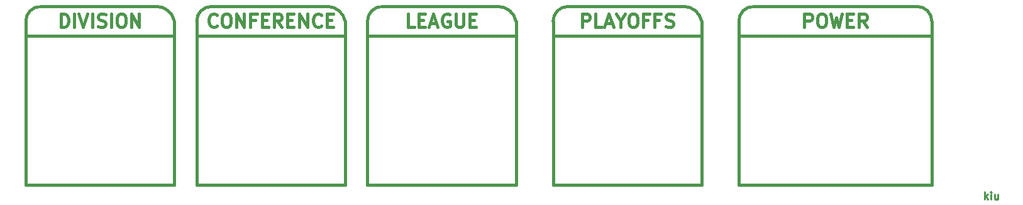
<source format=gto>
G04 #@! TF.GenerationSoftware,KiCad,Pcbnew,(6.0.0)*
G04 #@! TF.CreationDate,2022-06-26T22:50:44+02:00*
G04 #@! TF.ProjectId,mht-ctl-front,6d68742d-6374-46c2-9d66-726f6e742e6b,rev?*
G04 #@! TF.SameCoordinates,Original*
G04 #@! TF.FileFunction,Legend,Top*
G04 #@! TF.FilePolarity,Positive*
%FSLAX46Y46*%
G04 Gerber Fmt 4.6, Leading zero omitted, Abs format (unit mm)*
G04 Created by KiCad (PCBNEW (6.0.0)) date 2022-06-26 22:50:44*
%MOMM*%
%LPD*%
G01*
G04 APERTURE LIST*
%ADD10C,0.400000*%
%ADD11C,0.250000*%
%ADD12C,3.200000*%
G04 APERTURE END LIST*
D10*
X64000000Y-37000000D02*
X64000000Y-35000000D01*
X135000000Y-37000000D02*
X115000000Y-37000000D01*
X64000000Y-57000000D02*
X44000000Y-57000000D01*
X110000000Y-57000000D02*
X90000000Y-57000000D01*
X44000000Y-57000000D02*
X44000000Y-37000000D01*
X64000000Y-35000000D02*
G75*
G03*
X61585786Y-33000000I-2414214J-457107D01*
G01*
X87000000Y-37000000D02*
X67000000Y-37000000D01*
X64000000Y-57000000D02*
X64000000Y-37000000D01*
X46000000Y-33000000D02*
G75*
G03*
X44000000Y-35000000I-1J-1999999D01*
G01*
X87000000Y-57000000D02*
X87000000Y-37000000D01*
X115000000Y-37000000D02*
X115000000Y-35000000D01*
X87000000Y-37000000D02*
X87000000Y-35000000D01*
X166000000Y-37000000D02*
X140000000Y-37000000D01*
X90000000Y-57000000D02*
X90000000Y-37000000D01*
X110000000Y-37000000D02*
X110000000Y-35000000D01*
X166000000Y-35000000D02*
G75*
G03*
X164000000Y-33000000I-1999999J1D01*
G01*
X61585786Y-33000000D02*
X46000000Y-33000000D01*
X117000000Y-33000000D02*
G75*
G03*
X115000000Y-35000000I-1J-1999999D01*
G01*
X115000000Y-57000000D02*
X115000000Y-37000000D01*
X135000000Y-57000000D02*
X135000000Y-37000000D01*
X135000000Y-37000000D02*
X135000000Y-35000000D01*
X84585786Y-33000000D02*
X69000000Y-33000000D01*
X110000000Y-35000000D02*
G75*
G03*
X107585786Y-33000000I-2414214J-457107D01*
G01*
X135000000Y-35000000D02*
G75*
G03*
X132585786Y-33000000I-2414214J-457107D01*
G01*
X67000000Y-37000000D02*
X67000000Y-35000000D01*
X90000000Y-37000000D02*
X90000000Y-35000000D01*
X87000000Y-35000000D02*
G75*
G03*
X84585786Y-33000000I-2414214J-457107D01*
G01*
X135000000Y-57000000D02*
X115000000Y-57000000D01*
X166000000Y-37000000D02*
X166000000Y-35000000D01*
X69000000Y-33000000D02*
G75*
G03*
X67000000Y-35000000I-1J-1999999D01*
G01*
X92000000Y-33000000D02*
G75*
G03*
X90000000Y-35000000I-1J-1999999D01*
G01*
X110000000Y-57000000D02*
X110000000Y-37000000D01*
X107585786Y-33000000D02*
X92000000Y-33000000D01*
X67000000Y-57000000D02*
X67000000Y-37000000D01*
X142000000Y-33000000D02*
G75*
G03*
X140000000Y-35000000I-1J-1999999D01*
G01*
X140000000Y-37000000D02*
X140000000Y-35000000D01*
X140000000Y-57000000D02*
X140000000Y-37000000D01*
X132585786Y-33000000D02*
X117000000Y-33000000D01*
X64000000Y-37000000D02*
X44000000Y-37000000D01*
X166000000Y-57000000D02*
X140000000Y-57000000D01*
X87000000Y-57000000D02*
X67000000Y-57000000D01*
X164000000Y-33000000D02*
X142000000Y-33000000D01*
X110000000Y-37000000D02*
X90000000Y-37000000D01*
X166000000Y-57000000D02*
X166000000Y-37000000D01*
X44000000Y-37000000D02*
X44000000Y-35000000D01*
D11*
X173142857Y-58952380D02*
X173142857Y-57952380D01*
X173238095Y-58571428D02*
X173523809Y-58952380D01*
X173523809Y-58285714D02*
X173142857Y-58666666D01*
X173952380Y-58952380D02*
X173952380Y-58285714D01*
X173952380Y-57952380D02*
X173904761Y-58000000D01*
X173952380Y-58047619D01*
X174000000Y-58000000D01*
X173952380Y-57952380D01*
X173952380Y-58047619D01*
X174857142Y-58285714D02*
X174857142Y-58952380D01*
X174428571Y-58285714D02*
X174428571Y-58809523D01*
X174476190Y-58904761D01*
X174571428Y-58952380D01*
X174714285Y-58952380D01*
X174809523Y-58904761D01*
X174857142Y-58857142D01*
D10*
X118914285Y-35814285D02*
X118914285Y-34014285D01*
X119600000Y-34014285D01*
X119771428Y-34100000D01*
X119857142Y-34185714D01*
X119942857Y-34357142D01*
X119942857Y-34614285D01*
X119857142Y-34785714D01*
X119771428Y-34871428D01*
X119600000Y-34957142D01*
X118914285Y-34957142D01*
X121571428Y-35814285D02*
X120714285Y-35814285D01*
X120714285Y-34014285D01*
X122085714Y-35300000D02*
X122942857Y-35300000D01*
X121914285Y-35814285D02*
X122514285Y-34014285D01*
X123114285Y-35814285D01*
X124057142Y-34957142D02*
X124057142Y-35814285D01*
X123457142Y-34014285D02*
X124057142Y-34957142D01*
X124657142Y-34014285D01*
X125600000Y-34014285D02*
X125942857Y-34014285D01*
X126114285Y-34100000D01*
X126285714Y-34271428D01*
X126371428Y-34614285D01*
X126371428Y-35214285D01*
X126285714Y-35557142D01*
X126114285Y-35728571D01*
X125942857Y-35814285D01*
X125600000Y-35814285D01*
X125428571Y-35728571D01*
X125257142Y-35557142D01*
X125171428Y-35214285D01*
X125171428Y-34614285D01*
X125257142Y-34271428D01*
X125428571Y-34100000D01*
X125600000Y-34014285D01*
X127742857Y-34871428D02*
X127142857Y-34871428D01*
X127142857Y-35814285D02*
X127142857Y-34014285D01*
X128000000Y-34014285D01*
X129285714Y-34871428D02*
X128685714Y-34871428D01*
X128685714Y-35814285D02*
X128685714Y-34014285D01*
X129542857Y-34014285D01*
X130142857Y-35728571D02*
X130400000Y-35814285D01*
X130828571Y-35814285D01*
X131000000Y-35728571D01*
X131085714Y-35642857D01*
X131171428Y-35471428D01*
X131171428Y-35300000D01*
X131085714Y-35128571D01*
X131000000Y-35042857D01*
X130828571Y-34957142D01*
X130485714Y-34871428D01*
X130314285Y-34785714D01*
X130228571Y-34700000D01*
X130142857Y-34528571D01*
X130142857Y-34357142D01*
X130228571Y-34185714D01*
X130314285Y-34100000D01*
X130485714Y-34014285D01*
X130914285Y-34014285D01*
X131171428Y-34100000D01*
X69714285Y-35642857D02*
X69628571Y-35728571D01*
X69371428Y-35814285D01*
X69200000Y-35814285D01*
X68942857Y-35728571D01*
X68771428Y-35557142D01*
X68685714Y-35385714D01*
X68600000Y-35042857D01*
X68600000Y-34785714D01*
X68685714Y-34442857D01*
X68771428Y-34271428D01*
X68942857Y-34100000D01*
X69200000Y-34014285D01*
X69371428Y-34014285D01*
X69628571Y-34100000D01*
X69714285Y-34185714D01*
X70828571Y-34014285D02*
X71171428Y-34014285D01*
X71342857Y-34100000D01*
X71514285Y-34271428D01*
X71600000Y-34614285D01*
X71600000Y-35214285D01*
X71514285Y-35557142D01*
X71342857Y-35728571D01*
X71171428Y-35814285D01*
X70828571Y-35814285D01*
X70657142Y-35728571D01*
X70485714Y-35557142D01*
X70400000Y-35214285D01*
X70400000Y-34614285D01*
X70485714Y-34271428D01*
X70657142Y-34100000D01*
X70828571Y-34014285D01*
X72371428Y-35814285D02*
X72371428Y-34014285D01*
X73400000Y-35814285D01*
X73400000Y-34014285D01*
X74857142Y-34871428D02*
X74257142Y-34871428D01*
X74257142Y-35814285D02*
X74257142Y-34014285D01*
X75114285Y-34014285D01*
X75800000Y-34871428D02*
X76400000Y-34871428D01*
X76657142Y-35814285D02*
X75800000Y-35814285D01*
X75800000Y-34014285D01*
X76657142Y-34014285D01*
X78457142Y-35814285D02*
X77857142Y-34957142D01*
X77428571Y-35814285D02*
X77428571Y-34014285D01*
X78114285Y-34014285D01*
X78285714Y-34100000D01*
X78371428Y-34185714D01*
X78457142Y-34357142D01*
X78457142Y-34614285D01*
X78371428Y-34785714D01*
X78285714Y-34871428D01*
X78114285Y-34957142D01*
X77428571Y-34957142D01*
X79228571Y-34871428D02*
X79828571Y-34871428D01*
X80085714Y-35814285D02*
X79228571Y-35814285D01*
X79228571Y-34014285D01*
X80085714Y-34014285D01*
X80857142Y-35814285D02*
X80857142Y-34014285D01*
X81885714Y-35814285D01*
X81885714Y-34014285D01*
X83771428Y-35642857D02*
X83685714Y-35728571D01*
X83428571Y-35814285D01*
X83257142Y-35814285D01*
X83000000Y-35728571D01*
X82828571Y-35557142D01*
X82742857Y-35385714D01*
X82657142Y-35042857D01*
X82657142Y-34785714D01*
X82742857Y-34442857D01*
X82828571Y-34271428D01*
X83000000Y-34100000D01*
X83257142Y-34014285D01*
X83428571Y-34014285D01*
X83685714Y-34100000D01*
X83771428Y-34185714D01*
X84542857Y-34871428D02*
X85142857Y-34871428D01*
X85400000Y-35814285D02*
X84542857Y-35814285D01*
X84542857Y-34014285D01*
X85400000Y-34014285D01*
X148842857Y-35814285D02*
X148842857Y-34014285D01*
X149528571Y-34014285D01*
X149700000Y-34100000D01*
X149785714Y-34185714D01*
X149871428Y-34357142D01*
X149871428Y-34614285D01*
X149785714Y-34785714D01*
X149700000Y-34871428D01*
X149528571Y-34957142D01*
X148842857Y-34957142D01*
X150985714Y-34014285D02*
X151328571Y-34014285D01*
X151500000Y-34100000D01*
X151671428Y-34271428D01*
X151757142Y-34614285D01*
X151757142Y-35214285D01*
X151671428Y-35557142D01*
X151500000Y-35728571D01*
X151328571Y-35814285D01*
X150985714Y-35814285D01*
X150814285Y-35728571D01*
X150642857Y-35557142D01*
X150557142Y-35214285D01*
X150557142Y-34614285D01*
X150642857Y-34271428D01*
X150814285Y-34100000D01*
X150985714Y-34014285D01*
X152357142Y-34014285D02*
X152785714Y-35814285D01*
X153128571Y-34528571D01*
X153471428Y-35814285D01*
X153900000Y-34014285D01*
X154585714Y-34871428D02*
X155185714Y-34871428D01*
X155442857Y-35814285D02*
X154585714Y-35814285D01*
X154585714Y-34014285D01*
X155442857Y-34014285D01*
X157242857Y-35814285D02*
X156642857Y-34957142D01*
X156214285Y-35814285D02*
X156214285Y-34014285D01*
X156900000Y-34014285D01*
X157071428Y-34100000D01*
X157157142Y-34185714D01*
X157242857Y-34357142D01*
X157242857Y-34614285D01*
X157157142Y-34785714D01*
X157071428Y-34871428D01*
X156900000Y-34957142D01*
X156214285Y-34957142D01*
X96314285Y-35814285D02*
X95457142Y-35814285D01*
X95457142Y-34014285D01*
X96914285Y-34871428D02*
X97514285Y-34871428D01*
X97771428Y-35814285D02*
X96914285Y-35814285D01*
X96914285Y-34014285D01*
X97771428Y-34014285D01*
X98457142Y-35300000D02*
X99314285Y-35300000D01*
X98285714Y-35814285D02*
X98885714Y-34014285D01*
X99485714Y-35814285D01*
X101028571Y-34100000D02*
X100857142Y-34014285D01*
X100600000Y-34014285D01*
X100342857Y-34100000D01*
X100171428Y-34271428D01*
X100085714Y-34442857D01*
X100000000Y-34785714D01*
X100000000Y-35042857D01*
X100085714Y-35385714D01*
X100171428Y-35557142D01*
X100342857Y-35728571D01*
X100600000Y-35814285D01*
X100771428Y-35814285D01*
X101028571Y-35728571D01*
X101114285Y-35642857D01*
X101114285Y-35042857D01*
X100771428Y-35042857D01*
X101885714Y-34014285D02*
X101885714Y-35471428D01*
X101971428Y-35642857D01*
X102057142Y-35728571D01*
X102228571Y-35814285D01*
X102571428Y-35814285D01*
X102742857Y-35728571D01*
X102828571Y-35642857D01*
X102914285Y-35471428D01*
X102914285Y-34014285D01*
X103771428Y-34871428D02*
X104371428Y-34871428D01*
X104628571Y-35814285D02*
X103771428Y-35814285D01*
X103771428Y-34014285D01*
X104628571Y-34014285D01*
X48728571Y-35814285D02*
X48728571Y-34014285D01*
X49157142Y-34014285D01*
X49414285Y-34100000D01*
X49585714Y-34271428D01*
X49671428Y-34442857D01*
X49757142Y-34785714D01*
X49757142Y-35042857D01*
X49671428Y-35385714D01*
X49585714Y-35557142D01*
X49414285Y-35728571D01*
X49157142Y-35814285D01*
X48728571Y-35814285D01*
X50528571Y-35814285D02*
X50528571Y-34014285D01*
X51128571Y-34014285D02*
X51728571Y-35814285D01*
X52328571Y-34014285D01*
X52928571Y-35814285D02*
X52928571Y-34014285D01*
X53700000Y-35728571D02*
X53957142Y-35814285D01*
X54385714Y-35814285D01*
X54557142Y-35728571D01*
X54642857Y-35642857D01*
X54728571Y-35471428D01*
X54728571Y-35300000D01*
X54642857Y-35128571D01*
X54557142Y-35042857D01*
X54385714Y-34957142D01*
X54042857Y-34871428D01*
X53871428Y-34785714D01*
X53785714Y-34700000D01*
X53700000Y-34528571D01*
X53700000Y-34357142D01*
X53785714Y-34185714D01*
X53871428Y-34100000D01*
X54042857Y-34014285D01*
X54471428Y-34014285D01*
X54728571Y-34100000D01*
X55500000Y-35814285D02*
X55500000Y-34014285D01*
X56700000Y-34014285D02*
X57042857Y-34014285D01*
X57214285Y-34100000D01*
X57385714Y-34271428D01*
X57471428Y-34614285D01*
X57471428Y-35214285D01*
X57385714Y-35557142D01*
X57214285Y-35728571D01*
X57042857Y-35814285D01*
X56700000Y-35814285D01*
X56528571Y-35728571D01*
X56357142Y-35557142D01*
X56271428Y-35214285D01*
X56271428Y-34614285D01*
X56357142Y-34271428D01*
X56528571Y-34100000D01*
X56700000Y-34014285D01*
X58242857Y-35814285D02*
X58242857Y-34014285D01*
X59271428Y-35814285D01*
X59271428Y-34014285D01*
%LPC*%
D12*
X171000000Y-40000000D03*
X39000000Y-54000000D03*
X39000000Y-40000000D03*
X171000000Y-54000000D03*
M02*

</source>
